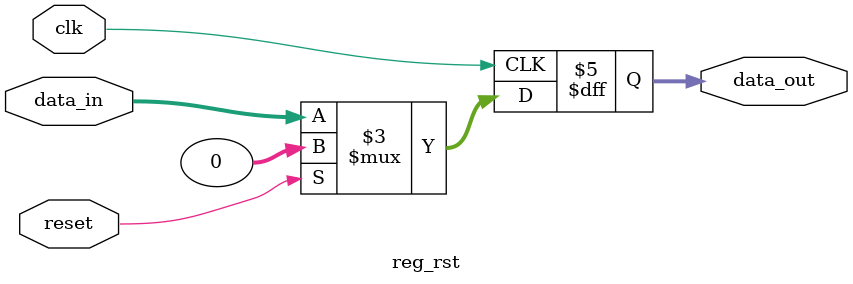
<source format=sv>
module reg_rst 
#(
	parameter WIDTH = 32
)
(
	input 				clk,
	input 				reset,
	input 	   [WIDTH-1:0] data_in,
	output reg [WIDTH-1:0] data_out
);

always@(posedge clk)begin

	if(reset)begin
	data_out <= 0;
	end
	else begin
	data_out <= data_in;
	end
end

endmodule
</source>
